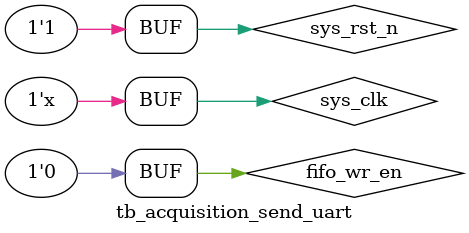
<source format=v>
`timescale 1ns / 1ps


module tb_acquisition_send_uart ();

  // parameter define
  parameter CLK_PERIOD = 20;

  // reg define
  reg        sys_clk;
  reg        sys_rst_n;
  reg  [7:0] ad_data;
  reg        fifo_wr_en;

  // wire define
  wire       clk_50m;  // 50MHz clock
  wire       clk_25m;  // 25MHz clock
  wire       locked;  // pll lock signal
  wire       rst_n;  // reset signal, active low

  // initial block
  initial begin
    sys_clk = 1'b0;
    sys_rst_n = 1'b0;
    fifo_wr_en = 1'b0;
    #200 sys_rst_n = 1'b1;
    #10000 sys_rst_n = 1'b0;
    #400 sys_rst_n = 1'b1;
    #4000 fifo_wr_en = 1'b1;
    #200 fifo_wr_en = 1'b0;
  end

  // main code

  assign rst_n = sys_rst_n & locked; // generate a new reset signal from system reset and pll lock signal

  //clock gen
  always #(CLK_PERIOD / 2) sys_clk = ~sys_clk;  // 50MHz

  // ad simulation
  always @(posedge clk_25m or negedge rst_n) begin
    if (!rst_n) begin
      ad_data <= 8'd0;
    end else begin
      ad_data <= ad_data + 1'b1;
    end
  end

  // pll
  clk_wiz_0 clk_wiz_tb_au (
      .clk_50m     (clk_50m),  // 50MHz clock
      .clk_25m     (clk_25m),  // 25MHz clock
      .clk_25m_120d(),         // 25MHz clock 120 degree phase shift
      .locked      (locked),   // pll lock signal
      .clk_in1     (sys_clk)   // input clock
  );

  // acquisition_send_uart
  acquisition_send_uart acquisition_send_uart_tb0 (
      .clk_50m  (clk_50m),
      .clk_25m  (clk_25m),
      .sys_rst_n(rst_n),
      .en       (fifo_wr_en),
      .ad_data  (ad_data),
      .uart_txd ()
  );

endmodule

</source>
